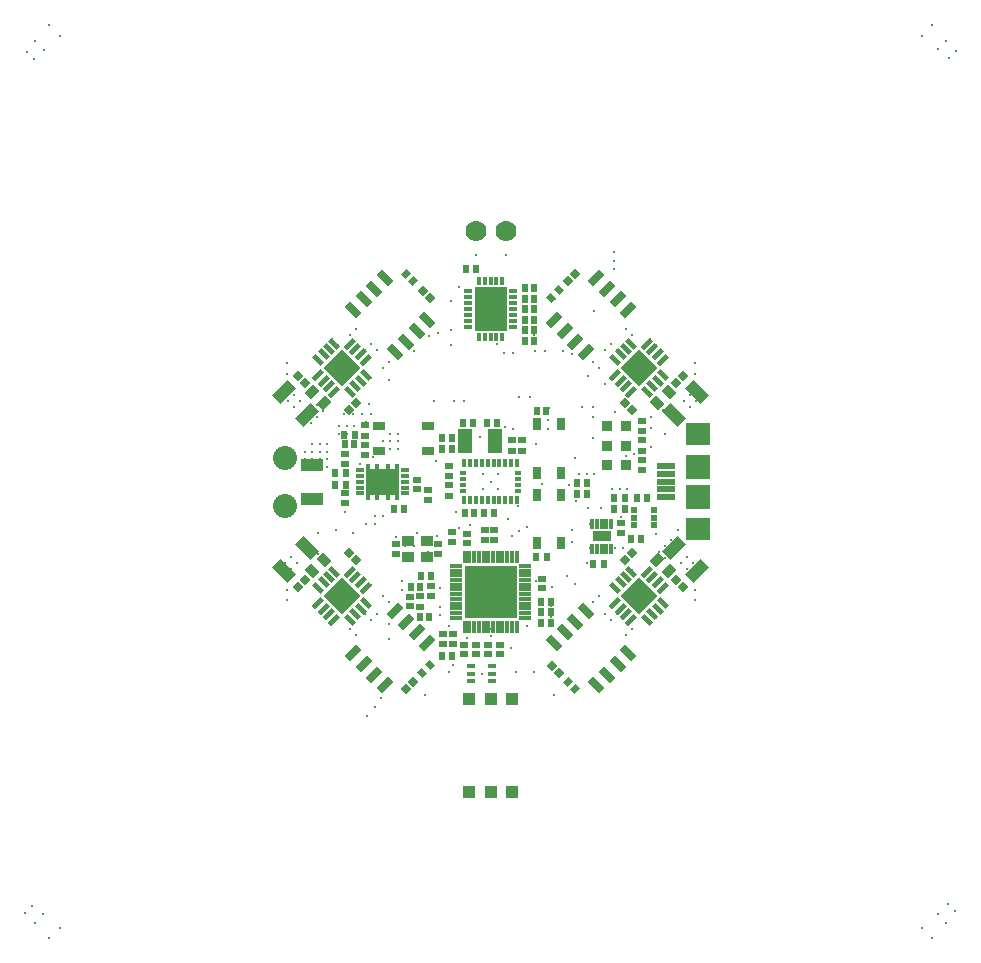
<source format=gts>
G04 Layer_Color=8388736*
%FSAX25Y25*%
%MOIN*%
G70*
G01*
G75*
%ADD21R,0.04331X0.04331*%
%ADD43R,0.03150X0.01181*%
%ADD61C,0.07000*%
%ADD62C,0.08000*%
%ADD103R,0.04043X0.03650*%
%ADD104R,0.02547X0.02469*%
%ADD105R,0.02862X0.01445*%
%ADD106R,0.10933X0.08571*%
%ADD107R,0.03937X0.01181*%
%ADD108R,0.17716X0.17716*%
%ADD109R,0.01181X0.03937*%
%ADD110R,0.02862X0.01484*%
%ADD111R,0.01484X0.02862*%
%ADD112R,0.10736X0.14673*%
%ADD113R,0.04831X0.07980*%
G04:AMPARAMS|DCode=114|XSize=16.81mil|YSize=42.4mil|CornerRadius=0mil|HoleSize=0mil|Usage=FLASHONLY|Rotation=45.000|XOffset=0mil|YOffset=0mil|HoleType=Round|Shape=Rectangle|*
%AMROTATEDRECTD114*
4,1,4,0.00905,-0.02094,-0.02094,0.00905,-0.00905,0.02094,0.02094,-0.00905,0.00905,-0.02094,0.0*
%
%ADD114ROTATEDRECTD114*%

G04:AMPARAMS|DCode=115|XSize=16.81mil|YSize=42.4mil|CornerRadius=0mil|HoleSize=0mil|Usage=FLASHONLY|Rotation=315.000|XOffset=0mil|YOffset=0mil|HoleType=Round|Shape=Rectangle|*
%AMROTATEDRECTD115*
4,1,4,-0.02094,-0.00905,0.00905,0.02094,0.02094,0.00905,-0.00905,-0.02094,-0.02094,-0.00905,0.0*
%
%ADD115ROTATEDRECTD115*%

%ADD116P,0.12399X4X360.0*%
G04:AMPARAMS|DCode=117|XSize=42.4mil|YSize=71.93mil|CornerRadius=0mil|HoleSize=0mil|Usage=FLASHONLY|Rotation=45.000|XOffset=0mil|YOffset=0mil|HoleType=Round|Shape=Rectangle|*
%AMROTATEDRECTD117*
4,1,4,0.01044,-0.04042,-0.04042,0.01044,-0.01044,0.04042,0.04042,-0.01044,0.01044,-0.04042,0.0*
%
%ADD117ROTATEDRECTD117*%

G04:AMPARAMS|DCode=118|XSize=32.56mil|YSize=40.43mil|CornerRadius=0mil|HoleSize=0mil|Usage=FLASHONLY|Rotation=225.000|XOffset=0mil|YOffset=0mil|HoleType=Round|Shape=Rectangle|*
%AMROTATEDRECTD118*
4,1,4,-0.00278,0.02581,0.02581,-0.00278,0.00278,-0.02581,-0.02581,0.00278,-0.00278,0.02581,0.0*
%
%ADD118ROTATEDRECTD118*%

G04:AMPARAMS|DCode=119|XSize=24.69mil|YSize=25.47mil|CornerRadius=0mil|HoleSize=0mil|Usage=FLASHONLY|Rotation=45.000|XOffset=0mil|YOffset=0mil|HoleType=Round|Shape=Rectangle|*
%AMROTATEDRECTD119*
4,1,4,0.00028,-0.01773,-0.01773,0.00028,-0.00028,0.01773,0.01773,-0.00028,0.00028,-0.01773,0.0*
%
%ADD119ROTATEDRECTD119*%

G04:AMPARAMS|DCode=120|XSize=24.69mil|YSize=25.47mil|CornerRadius=0mil|HoleSize=0mil|Usage=FLASHONLY|Rotation=315.000|XOffset=0mil|YOffset=0mil|HoleType=Round|Shape=Rectangle|*
%AMROTATEDRECTD120*
4,1,4,-0.01773,-0.00028,0.00028,0.01773,0.01773,0.00028,-0.00028,-0.01773,-0.01773,-0.00028,0.0*
%
%ADD120ROTATEDRECTD120*%

G04:AMPARAMS|DCode=121|XSize=42.4mil|YSize=71.93mil|CornerRadius=0mil|HoleSize=0mil|Usage=FLASHONLY|Rotation=135.000|XOffset=0mil|YOffset=0mil|HoleType=Round|Shape=Rectangle|*
%AMROTATEDRECTD121*
4,1,4,0.04042,0.01044,-0.01044,-0.04042,-0.04042,-0.01044,0.01044,0.04042,0.04042,0.01044,0.0*
%
%ADD121ROTATEDRECTD121*%

G04:AMPARAMS|DCode=122|XSize=22.72mil|YSize=26.65mil|CornerRadius=0mil|HoleSize=0mil|Usage=FLASHONLY|Rotation=135.000|XOffset=0mil|YOffset=0mil|HoleType=Round|Shape=Rectangle|*
%AMROTATEDRECTD122*
4,1,4,0.01746,0.00139,-0.00139,-0.01746,-0.01746,-0.00139,0.00139,0.01746,0.01746,0.00139,0.0*
%
%ADD122ROTATEDRECTD122*%

G04:AMPARAMS|DCode=123|XSize=27.05mil|YSize=52.01mil|CornerRadius=0mil|HoleSize=0mil|Usage=FLASHONLY|Rotation=315.000|XOffset=0mil|YOffset=0mil|HoleType=Round|Shape=Rectangle|*
%AMROTATEDRECTD123*
4,1,4,-0.02795,-0.00883,0.00883,0.02795,0.02795,0.00883,-0.00883,-0.02795,-0.02795,-0.00883,0.0*
%
%ADD123ROTATEDRECTD123*%

G04:AMPARAMS|DCode=124|XSize=22.72mil|YSize=26.65mil|CornerRadius=0mil|HoleSize=0mil|Usage=FLASHONLY|Rotation=225.000|XOffset=0mil|YOffset=0mil|HoleType=Round|Shape=Rectangle|*
%AMROTATEDRECTD124*
4,1,4,-0.00139,0.01746,0.01746,-0.00139,0.00139,-0.01746,-0.01746,0.00139,-0.00139,0.01746,0.0*
%
%ADD124ROTATEDRECTD124*%

%ADD125P,0.12399X4X270.0*%
G04:AMPARAMS|DCode=126|XSize=27.05mil|YSize=52.01mil|CornerRadius=0mil|HoleSize=0mil|Usage=FLASHONLY|Rotation=45.000|XOffset=0mil|YOffset=0mil|HoleType=Round|Shape=Rectangle|*
%AMROTATEDRECTD126*
4,1,4,0.00883,-0.02795,-0.02795,0.00883,-0.00883,0.02795,0.02795,-0.00883,0.00883,-0.02795,0.0*
%
%ADD126ROTATEDRECTD126*%

G04:AMPARAMS|DCode=127|XSize=32.56mil|YSize=40.43mil|CornerRadius=0mil|HoleSize=0mil|Usage=FLASHONLY|Rotation=135.000|XOffset=0mil|YOffset=0mil|HoleType=Round|Shape=Rectangle|*
%AMROTATEDRECTD127*
4,1,4,0.02581,0.00278,-0.00278,-0.02581,-0.02581,-0.00278,0.00278,0.02581,0.02581,0.00278,0.0*
%
%ADD127ROTATEDRECTD127*%

%ADD128R,0.02469X0.02547*%
%ADD129R,0.02272X0.02665*%
%ADD130R,0.02665X0.02272*%
%ADD131R,0.01781X0.02667*%
%ADD132R,0.02273X0.01781*%
%ADD133R,0.07193X0.04043*%
%ADD134R,0.03059X0.04437*%
%ADD135R,0.06100X0.01900*%
%ADD136R,0.08000X0.07600*%
%ADD137R,0.08000X0.08000*%
%ADD138R,0.03256X0.03650*%
%ADD139R,0.04437X0.03059*%
%ADD140R,0.02469X0.02272*%
%ADD141R,0.06406X0.03610*%
%ADD142R,0.01287X0.03256*%
%ADD143R,0.01484X0.12311*%
%ADD144C,0.01200*%
D21*
X0395913Y0223449D02*
D03*
Y0254551D02*
D03*
X0403000D02*
D03*
X0410087D02*
D03*
Y0223449D02*
D03*
X0403000D02*
D03*
D43*
X0403543Y0260441D02*
D03*
Y0263000D02*
D03*
Y0265559D02*
D03*
X0396457D02*
D03*
Y0263000D02*
D03*
Y0260441D02*
D03*
D61*
X0398000Y0410500D02*
D03*
X0408000D02*
D03*
D62*
X0334500Y0319000D02*
D03*
Y0335000D02*
D03*
D103*
X0375350Y0307059D02*
D03*
X0381650D02*
D03*
Y0301941D02*
D03*
X0375350D02*
D03*
D104*
X0354500Y0332886D02*
D03*
Y0336114D02*
D03*
Y0319886D02*
D03*
Y0323114D02*
D03*
X0446500Y0313114D02*
D03*
Y0309886D02*
D03*
X0371500Y0302886D02*
D03*
Y0306114D02*
D03*
X0383000Y0288886D02*
D03*
Y0292114D02*
D03*
X0376000Y0285386D02*
D03*
Y0288614D02*
D03*
X0406000Y0272614D02*
D03*
Y0269386D02*
D03*
X0402000Y0272614D02*
D03*
Y0269386D02*
D03*
X0398000Y0272614D02*
D03*
Y0269386D02*
D03*
X0394000Y0272614D02*
D03*
Y0269386D02*
D03*
X0390500Y0276114D02*
D03*
Y0272886D02*
D03*
X0387000Y0276114D02*
D03*
Y0272886D02*
D03*
X0404300Y0310814D02*
D03*
Y0307586D02*
D03*
X0401000D02*
D03*
Y0310814D02*
D03*
X0390000Y0310114D02*
D03*
Y0306886D02*
D03*
X0395000Y0306386D02*
D03*
Y0309614D02*
D03*
X0389000Y0328886D02*
D03*
Y0332114D02*
D03*
X0378500Y0327614D02*
D03*
Y0324386D02*
D03*
X0385500Y0306114D02*
D03*
Y0302886D02*
D03*
X0420000Y0294614D02*
D03*
Y0291386D02*
D03*
D105*
X0359520Y0323063D02*
D03*
Y0325031D02*
D03*
Y0327000D02*
D03*
Y0328969D02*
D03*
Y0330937D02*
D03*
X0374480D02*
D03*
Y0328969D02*
D03*
Y0327000D02*
D03*
Y0325031D02*
D03*
Y0323063D02*
D03*
D106*
X0367000Y0327000D02*
D03*
D107*
X0391386Y0298953D02*
D03*
Y0295803D02*
D03*
Y0292653D02*
D03*
Y0289504D02*
D03*
Y0286354D02*
D03*
Y0283205D02*
D03*
Y0281630D02*
D03*
Y0284780D02*
D03*
Y0287929D02*
D03*
Y0291079D02*
D03*
Y0294228D02*
D03*
Y0297378D02*
D03*
X0414614Y0283205D02*
D03*
Y0286354D02*
D03*
Y0289504D02*
D03*
Y0292653D02*
D03*
Y0295803D02*
D03*
Y0298953D02*
D03*
Y0297378D02*
D03*
Y0294228D02*
D03*
Y0291079D02*
D03*
Y0287929D02*
D03*
Y0284780D02*
D03*
Y0281630D02*
D03*
D108*
X0403000Y0290291D02*
D03*
D109*
X0395913Y0278677D02*
D03*
X0399063D02*
D03*
X0402213D02*
D03*
X0405362D02*
D03*
X0408512D02*
D03*
X0411661D02*
D03*
X0410087D02*
D03*
X0406937D02*
D03*
X0403787D02*
D03*
X0400638D02*
D03*
X0397488D02*
D03*
X0394339D02*
D03*
X0410087Y0301905D02*
D03*
X0406937D02*
D03*
X0403787D02*
D03*
X0400638D02*
D03*
X0397488D02*
D03*
X0394339D02*
D03*
X0395913D02*
D03*
X0399063D02*
D03*
X0402213D02*
D03*
X0405362D02*
D03*
X0408512D02*
D03*
X0411661D02*
D03*
D110*
X0395520Y0390406D02*
D03*
Y0388437D02*
D03*
Y0386469D02*
D03*
Y0384500D02*
D03*
Y0382531D02*
D03*
Y0380563D02*
D03*
Y0378594D02*
D03*
X0410480D02*
D03*
Y0380563D02*
D03*
Y0382531D02*
D03*
Y0384500D02*
D03*
Y0386469D02*
D03*
Y0388437D02*
D03*
Y0390406D02*
D03*
D111*
X0399063Y0375051D02*
D03*
X0401031D02*
D03*
X0403000D02*
D03*
X0404969D02*
D03*
X0406937D02*
D03*
Y0393949D02*
D03*
X0404969D02*
D03*
X0403000D02*
D03*
X0401031D02*
D03*
X0399063D02*
D03*
D112*
X0403000Y0384500D02*
D03*
D113*
X0404421Y0340500D02*
D03*
X0394579D02*
D03*
D114*
X0449925Y0373004D02*
D03*
X0448115Y0371194D02*
D03*
X0446306Y0369385D02*
D03*
X0444496Y0367575D02*
D03*
X0455075Y0356996D02*
D03*
X0456885Y0358806D02*
D03*
X0458694Y0360615D02*
D03*
X0460504Y0362425D02*
D03*
X0356075Y0280996D02*
D03*
X0357885Y0282806D02*
D03*
X0359694Y0284615D02*
D03*
X0361504Y0286425D02*
D03*
X0350925Y0297004D02*
D03*
X0349115Y0295194D02*
D03*
X0347306Y0293385D02*
D03*
X0345496Y0291575D02*
D03*
X0350925Y0373004D02*
D03*
X0349115Y0371194D02*
D03*
X0347306Y0369385D02*
D03*
X0345496Y0367575D02*
D03*
X0356075Y0356996D02*
D03*
X0357885Y0358806D02*
D03*
X0359694Y0360615D02*
D03*
X0361504Y0362425D02*
D03*
X0455075Y0280996D02*
D03*
X0456885Y0282806D02*
D03*
X0458694Y0284615D02*
D03*
X0460504Y0286425D02*
D03*
X0449925Y0297004D02*
D03*
X0448115Y0295194D02*
D03*
X0446306Y0293385D02*
D03*
X0444496Y0291575D02*
D03*
D115*
Y0362425D02*
D03*
X0446306Y0360615D02*
D03*
X0448115Y0358806D02*
D03*
X0449925Y0356996D02*
D03*
X0460504Y0367575D02*
D03*
X0458694Y0369385D02*
D03*
X0456885Y0371194D02*
D03*
X0455075Y0373004D02*
D03*
X0361504Y0291575D02*
D03*
X0359694Y0293385D02*
D03*
X0357885Y0295194D02*
D03*
X0356075Y0297004D02*
D03*
X0345496Y0286425D02*
D03*
X0347306Y0284615D02*
D03*
X0349115Y0282806D02*
D03*
X0350925Y0280996D02*
D03*
X0361504Y0367575D02*
D03*
X0359694Y0369385D02*
D03*
X0357885Y0371194D02*
D03*
X0356075Y0373004D02*
D03*
X0345496Y0362425D02*
D03*
X0347306Y0360615D02*
D03*
X0349115Y0358806D02*
D03*
X0350925Y0356996D02*
D03*
X0444496Y0286425D02*
D03*
X0446306Y0284615D02*
D03*
X0448115Y0282806D02*
D03*
X0449925Y0280996D02*
D03*
X0460504Y0291575D02*
D03*
X0458694Y0293385D02*
D03*
X0456885Y0295194D02*
D03*
X0455075Y0297004D02*
D03*
D116*
X0452500Y0365000D02*
D03*
X0353500Y0289000D02*
D03*
D117*
X0471897Y0356897D02*
D03*
X0464103Y0349103D02*
D03*
X0334103Y0297103D02*
D03*
X0341897Y0304897D02*
D03*
D118*
X0458551Y0353051D02*
D03*
X0462449Y0356949D02*
D03*
X0347449Y0300949D02*
D03*
X0343551Y0297051D02*
D03*
D119*
X0464859Y0359859D02*
D03*
X0467141Y0362141D02*
D03*
X0341141Y0294141D02*
D03*
X0338859Y0291859D02*
D03*
X0374859Y0257859D02*
D03*
X0377141Y0260141D02*
D03*
X0355859Y0350859D02*
D03*
X0358141Y0353141D02*
D03*
X0450141Y0303141D02*
D03*
X0447859Y0300859D02*
D03*
X0431141Y0396141D02*
D03*
X0428859Y0393859D02*
D03*
D120*
X0467141Y0291859D02*
D03*
X0464859Y0294141D02*
D03*
X0447859Y0353141D02*
D03*
X0450141Y0350859D02*
D03*
X0423359Y0265641D02*
D03*
X0425641Y0263359D02*
D03*
X0358141Y0300859D02*
D03*
X0355859Y0303141D02*
D03*
X0382641Y0388359D02*
D03*
X0380359Y0390641D02*
D03*
X0338859Y0362141D02*
D03*
X0341141Y0359859D02*
D03*
D121*
X0464103Y0304897D02*
D03*
X0471897Y0297103D02*
D03*
X0341897Y0349103D02*
D03*
X0334103Y0356897D02*
D03*
D122*
X0428747Y0260253D02*
D03*
X0431253Y0257747D02*
D03*
X0377253Y0393747D02*
D03*
X0374747Y0396253D02*
D03*
D123*
X0357160Y0269767D02*
D03*
X0360696Y0266231D02*
D03*
X0364231Y0262696D02*
D03*
X0367767Y0259160D02*
D03*
X0371233Y0283840D02*
D03*
X0374768Y0280304D02*
D03*
X0378304Y0276768D02*
D03*
X0381840Y0273233D02*
D03*
X0448840Y0384233D02*
D03*
X0445304Y0387769D02*
D03*
X0441769Y0391304D02*
D03*
X0438233Y0394840D02*
D03*
X0434767Y0370160D02*
D03*
X0431231Y0373696D02*
D03*
X0427696Y0377232D02*
D03*
X0424160Y0380767D02*
D03*
D124*
X0380247Y0263247D02*
D03*
X0382753Y0265753D02*
D03*
X0425753Y0390753D02*
D03*
X0423247Y0388247D02*
D03*
D125*
X0353500Y0365000D02*
D03*
X0452500Y0289000D02*
D03*
D126*
X0371233Y0370160D02*
D03*
X0374768Y0373696D02*
D03*
X0378304Y0377232D02*
D03*
X0381840Y0380767D02*
D03*
X0357160Y0384233D02*
D03*
X0360696Y0387769D02*
D03*
X0364231Y0391304D02*
D03*
X0367767Y0394840D02*
D03*
X0434767Y0283840D02*
D03*
X0431231Y0280304D02*
D03*
X0427696Y0276768D02*
D03*
X0424160Y0273233D02*
D03*
X0448840Y0269767D02*
D03*
X0445304Y0266231D02*
D03*
X0441769Y0262696D02*
D03*
X0438233Y0259160D02*
D03*
D127*
X0343551Y0356949D02*
D03*
X0347449Y0353051D02*
D03*
X0462449Y0297051D02*
D03*
X0458551Y0300949D02*
D03*
D128*
X0455114Y0321500D02*
D03*
X0451886D02*
D03*
X0449886Y0308000D02*
D03*
X0453114D02*
D03*
X0390114Y0341500D02*
D03*
X0386886D02*
D03*
X0390114Y0338000D02*
D03*
X0386886D02*
D03*
X0419886Y0287000D02*
D03*
X0423114D02*
D03*
X0419886Y0283500D02*
D03*
X0423114D02*
D03*
X0419886Y0280000D02*
D03*
X0423114D02*
D03*
X0379614Y0292000D02*
D03*
X0376386D02*
D03*
X0382614Y0282000D02*
D03*
X0379386D02*
D03*
X0397614Y0316700D02*
D03*
X0394386D02*
D03*
X0374114Y0318000D02*
D03*
X0370886D02*
D03*
X0357614Y0339500D02*
D03*
X0354386D02*
D03*
X0417614Y0384500D02*
D03*
X0414386D02*
D03*
Y0388000D02*
D03*
X0417614D02*
D03*
X0414386Y0391500D02*
D03*
X0417614D02*
D03*
Y0381000D02*
D03*
X0414386D02*
D03*
Y0377500D02*
D03*
X0417614D02*
D03*
X0414386Y0374000D02*
D03*
X0417614D02*
D03*
X0393886Y0346500D02*
D03*
X0397114D02*
D03*
X0405114D02*
D03*
X0401886D02*
D03*
X0418386Y0350500D02*
D03*
X0421614D02*
D03*
D129*
X0444228Y0321500D02*
D03*
X0447772D02*
D03*
X0444228Y0318000D02*
D03*
X0447772D02*
D03*
X0383272Y0295500D02*
D03*
X0379728D02*
D03*
X0390272Y0269000D02*
D03*
X0386728D02*
D03*
X0400728Y0316700D02*
D03*
X0404272D02*
D03*
X0354228Y0342500D02*
D03*
X0357772D02*
D03*
X0351228Y0330000D02*
D03*
X0354772D02*
D03*
X0351228Y0326000D02*
D03*
X0354772D02*
D03*
X0398272Y0398000D02*
D03*
X0394728D02*
D03*
X0418228Y0302000D02*
D03*
X0421772D02*
D03*
X0440772Y0299500D02*
D03*
X0437228D02*
D03*
X0431728Y0326500D02*
D03*
X0435272D02*
D03*
X0431728Y0323000D02*
D03*
X0435272D02*
D03*
D130*
X0453500Y0343728D02*
D03*
Y0347272D02*
D03*
Y0340772D02*
D03*
Y0337228D02*
D03*
Y0330728D02*
D03*
Y0334272D02*
D03*
X0413500Y0337228D02*
D03*
Y0340772D02*
D03*
X0410000Y0337228D02*
D03*
Y0340772D02*
D03*
X0379500Y0285228D02*
D03*
Y0288772D02*
D03*
X0389000Y0322228D02*
D03*
Y0325772D02*
D03*
X0382000Y0320728D02*
D03*
Y0324272D02*
D03*
X0361000Y0342228D02*
D03*
Y0345772D02*
D03*
Y0335728D02*
D03*
Y0339272D02*
D03*
D131*
X0394142Y0333152D02*
D03*
Y0320848D02*
D03*
X0396110D02*
D03*
X0398079D02*
D03*
X0400047D02*
D03*
X0402016D02*
D03*
X0403984D02*
D03*
X0405953D02*
D03*
X0407921D02*
D03*
X0409890D02*
D03*
X0411858D02*
D03*
Y0333152D02*
D03*
X0409890D02*
D03*
X0407921D02*
D03*
X0405953D02*
D03*
X0403984D02*
D03*
X0402016D02*
D03*
X0400047D02*
D03*
X0398079D02*
D03*
X0396110D02*
D03*
D132*
X0393896Y0329953D02*
D03*
Y0327984D02*
D03*
Y0326016D02*
D03*
Y0324047D02*
D03*
X0412104D02*
D03*
Y0326016D02*
D03*
Y0327984D02*
D03*
Y0329953D02*
D03*
D133*
X0343500Y0321291D02*
D03*
Y0332709D02*
D03*
D134*
X0418366Y0306429D02*
D03*
X0426634D02*
D03*
X0418366Y0322571D02*
D03*
X0426634D02*
D03*
X0418366Y0329929D02*
D03*
X0426634D02*
D03*
X0418366Y0346071D02*
D03*
X0426634D02*
D03*
D135*
X0461500Y0321882D02*
D03*
Y0332200D02*
D03*
Y0324441D02*
D03*
Y0327000D02*
D03*
Y0329600D02*
D03*
D136*
X0472000Y0311252D02*
D03*
Y0342800D02*
D03*
D137*
Y0322000D02*
D03*
Y0332000D02*
D03*
D138*
X0448150Y0332500D02*
D03*
X0441850D02*
D03*
X0448150Y0339000D02*
D03*
X0441850D02*
D03*
X0448150Y0345500D02*
D03*
X0441850D02*
D03*
D139*
X0365929Y0345634D02*
D03*
Y0337366D02*
D03*
X0382071Y0345634D02*
D03*
Y0337366D02*
D03*
D140*
X0450654Y0312441D02*
D03*
Y0315000D02*
D03*
Y0317559D02*
D03*
X0457346D02*
D03*
Y0315000D02*
D03*
Y0312441D02*
D03*
D141*
X0440000Y0308800D02*
D03*
D142*
X0436850Y0304666D02*
D03*
X0438425D02*
D03*
X0440000D02*
D03*
X0441575D02*
D03*
X0443150D02*
D03*
X0436850Y0312934D02*
D03*
X0438425D02*
D03*
X0440000D02*
D03*
X0441575D02*
D03*
X0443150D02*
D03*
D143*
X0365287Y0327000D02*
D03*
X0362276D02*
D03*
X0371724D02*
D03*
X0368713D02*
D03*
D144*
X0445960Y0309900D02*
D03*
X0435000Y0300000D02*
D03*
X0397000Y0296500D02*
D03*
X0421772Y0302000D02*
D03*
X0348500Y0332000D02*
D03*
X0361500Y0313000D02*
D03*
X0345500Y0310000D02*
D03*
X0357000D02*
D03*
X0364500Y0313000D02*
D03*
X0371500Y0308500D02*
D03*
X0374500D02*
D03*
Y0305500D02*
D03*
X0377500D02*
D03*
X0378500Y0310000D02*
D03*
X0385000Y0309000D02*
D03*
X0382000Y0303500D02*
D03*
X0405500Y0329500D02*
D03*
Y0324500D02*
D03*
X0400500D02*
D03*
Y0329500D02*
D03*
X0364500Y0315500D02*
D03*
X0367000D02*
D03*
X0354500Y0317000D02*
D03*
Y0320000D02*
D03*
Y0339500D02*
D03*
Y0336000D02*
D03*
X0363683Y0335374D02*
D03*
X0360500Y0335728D02*
D03*
X0348500Y0339500D02*
D03*
X0351500Y0311000D02*
D03*
X0361500Y0347000D02*
D03*
X0352500Y0343000D02*
D03*
Y0345500D02*
D03*
X0355000Y0343000D02*
D03*
Y0345500D02*
D03*
X0357500D02*
D03*
X0372000Y0338000D02*
D03*
X0369500D02*
D03*
Y0340500D02*
D03*
Y0343000D02*
D03*
X0367000Y0340500D02*
D03*
X0372000D02*
D03*
Y0343000D02*
D03*
X0417500Y0263500D02*
D03*
X0410500Y0370000D02*
D03*
X0385500Y0376500D02*
D03*
X0382500Y0375500D02*
D03*
X0431231Y0280304D02*
D03*
X0450000Y0278000D02*
D03*
X0448000Y0276000D02*
D03*
X0439000Y0289000D02*
D03*
X0437000Y0287000D02*
D03*
X0445000Y0283000D02*
D03*
X0443000Y0281000D02*
D03*
X0441000Y0283000D02*
D03*
X0453500Y0290000D02*
D03*
X0360910Y0294600D02*
D03*
X0373500Y0291000D02*
D03*
X0376000Y0288614D02*
D03*
X0373500Y0294000D02*
D03*
X0352500Y0290000D02*
D03*
X0356000Y0278000D02*
D03*
X0358000Y0276000D02*
D03*
X0367000Y0289000D02*
D03*
X0369000Y0287000D02*
D03*
X0361000Y0283000D02*
D03*
X0365000D02*
D03*
X0363000Y0281000D02*
D03*
X0352500Y0364000D02*
D03*
X0356000Y0376000D02*
D03*
X0358000Y0378000D02*
D03*
X0453500Y0364000D02*
D03*
X0450000Y0376000D02*
D03*
X0448000Y0378000D02*
D03*
X0361000Y0371000D02*
D03*
X0365000D02*
D03*
X0363000Y0373000D02*
D03*
X0367000Y0365000D02*
D03*
X0369000Y0367000D02*
D03*
X0445000Y0371000D02*
D03*
X0443000Y0373000D02*
D03*
X0441000Y0371000D02*
D03*
X0439000Y0365000D02*
D03*
X0437000Y0367000D02*
D03*
X0399500Y0342000D02*
D03*
X0374500Y0374000D02*
D03*
X0400000Y0293500D02*
D03*
X0403000Y0296500D02*
D03*
X0406000Y0293500D02*
D03*
X0409000Y0296500D02*
D03*
X0415000Y0279000D02*
D03*
X0389831Y0387382D02*
D03*
X0392500Y0392000D02*
D03*
X0389831Y0377539D02*
D03*
Y0372618D02*
D03*
X0377500Y0370500D02*
D03*
X0384000Y0354000D02*
D03*
X0417614Y0375990D02*
D03*
X0407500Y0370000D02*
D03*
X0421000Y0370650D02*
D03*
X0417850D02*
D03*
X0427299D02*
D03*
X0422000Y0344500D02*
D03*
X0413500Y0341500D02*
D03*
X0418000Y0339500D02*
D03*
X0410566Y0344527D02*
D03*
X0407966Y0345124D02*
D03*
X0413500Y0337000D02*
D03*
X0410000D02*
D03*
X0422000Y0347500D02*
D03*
X0412500Y0355228D02*
D03*
X0430000Y0310886D02*
D03*
X0394114Y0354000D02*
D03*
X0390886D02*
D03*
X0416000Y0355204D02*
D03*
X0420000Y0326139D02*
D03*
X0435500Y0318204D02*
D03*
X0429000Y0326000D02*
D03*
X0430114Y0307000D02*
D03*
X0426886D02*
D03*
X0436134Y0304866D02*
D03*
X0423114Y0285500D02*
D03*
Y0281750D02*
D03*
X0405000Y0373000D02*
D03*
X0422500Y0351614D02*
D03*
X0426000Y0345000D02*
D03*
X0430000Y0369500D02*
D03*
X0431231Y0373696D02*
D03*
X0443500Y0324500D02*
D03*
X0446000D02*
D03*
X0448500D02*
D03*
X0437500Y0329500D02*
D03*
X0435000D02*
D03*
X0432500D02*
D03*
X0456500Y0348500D02*
D03*
X0437000Y0352000D02*
D03*
X0441000Y0347000D02*
D03*
X0444328Y0350172D02*
D03*
X0437000Y0348500D02*
D03*
X0433500Y0352000D02*
D03*
X0448052Y0335675D02*
D03*
X0458500Y0353000D02*
D03*
X0347500Y0301000D02*
D03*
X0345500Y0303000D02*
D03*
X0357160Y0384233D02*
D03*
X0369000Y0279500D02*
D03*
X0448840Y0269767D02*
D03*
X0437500Y0384000D02*
D03*
X0464000Y0332000D02*
D03*
X0472000Y0342800D02*
D03*
Y0332000D02*
D03*
Y0322000D02*
D03*
Y0311252D02*
D03*
X0400000Y0263000D02*
D03*
X0431000Y0293000D02*
D03*
X0428500Y0295500D02*
D03*
X0423500Y0292000D02*
D03*
X0456500Y0338500D02*
D03*
Y0345000D02*
D03*
X0435400Y0362100D02*
D03*
X0458000Y0372500D02*
D03*
X0431141Y0396141D02*
D03*
X0369000Y0361000D02*
D03*
X0389000Y0279000D02*
D03*
X0374859Y0257859D02*
D03*
X0390114Y0338000D02*
D03*
Y0341500D02*
D03*
X0359493Y0333037D02*
D03*
X0347979Y0281521D02*
D03*
X0453000Y0308500D02*
D03*
X0459000Y0303500D02*
D03*
X0461000Y0305500D02*
D03*
X0463000Y0307500D02*
D03*
X0343000Y0346500D02*
D03*
X0345000Y0348500D02*
D03*
X0347000Y0350500D02*
D03*
X0338500Y0300000D02*
D03*
X0336500Y0302000D02*
D03*
X0334500Y0300000D02*
D03*
X0336500Y0298000D02*
D03*
X0334500Y0296000D02*
D03*
X0332500Y0298000D02*
D03*
X0473500Y0356000D02*
D03*
X0471500Y0358000D02*
D03*
X0469500Y0356000D02*
D03*
X0471500Y0354000D02*
D03*
X0469500Y0352000D02*
D03*
X0467500Y0354000D02*
D03*
X0465000Y0305500D02*
D03*
X0463000Y0303500D02*
D03*
X0461000Y0301500D02*
D03*
X0345000Y0352500D02*
D03*
X0343000Y0350500D02*
D03*
X0341000Y0348500D02*
D03*
X0346000Y0339500D02*
D03*
X0343500D02*
D03*
Y0305000D02*
D03*
X0341500Y0307000D02*
D03*
Y0303000D02*
D03*
X0339500Y0305000D02*
D03*
X0466500Y0349000D02*
D03*
X0464500Y0351000D02*
D03*
Y0347000D02*
D03*
X0462500Y0349000D02*
D03*
X0460500Y0351000D02*
D03*
X0470500Y0296000D02*
D03*
X0466500Y0300000D02*
D03*
X0468500Y0298000D02*
D03*
Y0302000D02*
D03*
X0470500Y0300000D02*
D03*
X0472500Y0298000D02*
D03*
X0333500Y0356000D02*
D03*
X0335500Y0354000D02*
D03*
X0337500Y0352000D02*
D03*
Y0356000D02*
D03*
X0339500Y0354000D02*
D03*
X0335500Y0358000D02*
D03*
X0390000Y0310114D02*
D03*
X0403000Y0327000D02*
D03*
X0419886Y0287000D02*
D03*
Y0280000D02*
D03*
X0400000Y0382500D02*
D03*
Y0380000D02*
D03*
X0406000D02*
D03*
Y0382500D02*
D03*
X0461000Y0343000D02*
D03*
X0450817Y0336277D02*
D03*
X0414386Y0384500D02*
D03*
Y0381000D02*
D03*
X0409750Y0271386D02*
D03*
X0394000Y0269386D02*
D03*
X0406000D02*
D03*
X0403000Y0284500D02*
D03*
X0409000Y0290500D02*
D03*
X0397000D02*
D03*
X0409000Y0284500D02*
D03*
X0406000Y0287500D02*
D03*
X0397000Y0284500D02*
D03*
X0400000Y0287500D02*
D03*
X0403000Y0290500D02*
D03*
Y0278000D02*
D03*
Y0275500D02*
D03*
X0379728Y0295500D02*
D03*
X0383000Y0292114D02*
D03*
X0379386Y0282000D02*
D03*
X0385980Y0285324D02*
D03*
X0386000Y0282500D02*
D03*
Y0291500D02*
D03*
X0395000Y0275000D02*
D03*
X0458000Y0281500D02*
D03*
X0448000Y0358500D02*
D03*
X0450000Y0356500D02*
D03*
X0358000Y0358500D02*
D03*
X0356000Y0356500D02*
D03*
X0358000Y0295500D02*
D03*
X0356000Y0297500D02*
D03*
X0449500Y0307500D02*
D03*
X0447000Y0305000D02*
D03*
X0450000Y0297500D02*
D03*
X0448000Y0295500D02*
D03*
X0444500Y0305000D02*
D03*
X0441000Y0359600D02*
D03*
X0431000Y0335000D02*
D03*
X0437000Y0341500D02*
D03*
X0348000Y0372500D02*
D03*
X0354500Y0366000D02*
D03*
X0362500Y0353000D02*
D03*
X0363000Y0349500D02*
D03*
X0354000D02*
D03*
X0357000D02*
D03*
X0360000D02*
D03*
X0384890Y0333890D02*
D03*
X0408000Y0402500D02*
D03*
X0398000D02*
D03*
X0369000Y0274500D02*
D03*
X0458000Y0309500D02*
D03*
X0440500Y0309000D02*
D03*
X0439810Y0318198D02*
D03*
X0446500Y0315114D02*
D03*
X0436000Y0313000D02*
D03*
X0431500Y0320500D02*
D03*
X0465500Y0311000D02*
D03*
X0464000Y0327000D02*
D03*
X0389000Y0328886D02*
D03*
Y0322228D02*
D03*
X0431253Y0257747D02*
D03*
X0425641Y0263359D02*
D03*
X0382753Y0265753D02*
D03*
X0377141Y0260141D02*
D03*
X0380359Y0390641D02*
D03*
X0374747Y0396253D02*
D03*
X0428859Y0393859D02*
D03*
X0554828Y0473956D02*
D03*
X0555859Y0468359D02*
D03*
X0552044Y0182828D02*
D03*
X0251172Y0180044D02*
D03*
X0250141Y0185641D02*
D03*
X0247859Y0183359D02*
D03*
X0558141Y0470641D02*
D03*
X0381840Y0273233D02*
D03*
X0378304Y0276768D02*
D03*
X0374768Y0280304D02*
D03*
X0366377Y0254877D02*
D03*
X0364348Y0251848D02*
D03*
X0361929Y0248744D02*
D03*
X0253956Y0182828D02*
D03*
X0255742Y0174793D02*
D03*
X0259359Y0178314D02*
D03*
X0341000Y0334500D02*
D03*
X0343500D02*
D03*
Y0332000D02*
D03*
X0346000D02*
D03*
Y0334500D02*
D03*
X0343500Y0337000D02*
D03*
X0346000D02*
D03*
X0348500D02*
D03*
Y0334500D02*
D03*
X0341000Y0337000D02*
D03*
X0248359Y0470141D02*
D03*
X0471000Y0363000D02*
D03*
Y0366500D02*
D03*
X0335000D02*
D03*
Y0363000D02*
D03*
X0361000Y0363500D02*
D03*
X0363000Y0361500D02*
D03*
X0350000Y0374500D02*
D03*
X0352000Y0372500D02*
D03*
X0451500Y0366000D02*
D03*
X0454000Y0372500D02*
D03*
X0456000Y0374500D02*
D03*
X0443000Y0361500D02*
D03*
X0445000Y0363500D02*
D03*
X0354500Y0288000D02*
D03*
X0352000Y0281500D02*
D03*
X0350000Y0279500D02*
D03*
X0363000Y0292500D02*
D03*
X0361000Y0290500D02*
D03*
X0451500Y0288000D02*
D03*
X0454000Y0281500D02*
D03*
X0456000Y0279500D02*
D03*
X0443000Y0292500D02*
D03*
X0445000Y0290500D02*
D03*
X0335000Y0291000D02*
D03*
Y0287500D02*
D03*
X0471000Y0291000D02*
D03*
Y0287500D02*
D03*
X0250641Y0467859D02*
D03*
X0255742Y0479208D02*
D03*
X0259359Y0475686D02*
D03*
X0251172Y0473956D02*
D03*
X0554828Y0180044D02*
D03*
X0546641Y0178314D02*
D03*
X0550258Y0174793D02*
D03*
X0557641Y0183859D02*
D03*
X0254000Y0471000D02*
D03*
X0546641Y0475686D02*
D03*
X0550258Y0479208D02*
D03*
X0552044Y0471172D02*
D03*
X0444000Y0403493D02*
D03*
Y0400710D02*
D03*
Y0397932D02*
D03*
X0424160Y0380767D02*
D03*
X0555359Y0186141D02*
D03*
X0431728Y0326500D02*
D03*
X0390500Y0266000D02*
D03*
X0418000Y0294000D02*
D03*
X0389000Y0263500D02*
D03*
X0411500D02*
D03*
X0381000Y0256000D02*
D03*
X0424000D02*
D03*
X0392624Y0311672D02*
D03*
X0396000Y0312500D02*
D03*
X0400728Y0316700D02*
D03*
X0415000Y0312000D02*
D03*
X0412000Y0319000D02*
D03*
X0410000Y0309000D02*
D03*
X0412500Y0310500D02*
D03*
X0408866Y0314600D02*
D03*
X0404300Y0310814D02*
D03*
X0391500Y0317000D02*
D03*
X0424500Y0388000D02*
D03*
X0427696Y0377232D02*
D03*
X0417614Y0384500D02*
D03*
X0417614Y0388250D02*
D03*
M02*

</source>
